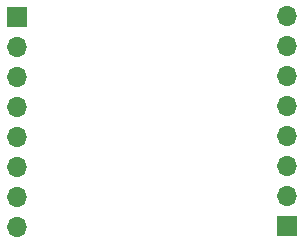
<source format=gbs>
G04 #@! TF.GenerationSoftware,KiCad,Pcbnew,8.0.1*
G04 #@! TF.CreationDate,2024-04-21T16:22:43+01:00*
G04 #@! TF.ProjectId,lora_adapter,6c6f7261-5f61-4646-9170-7465722e6b69,rev?*
G04 #@! TF.SameCoordinates,Original*
G04 #@! TF.FileFunction,Soldermask,Bot*
G04 #@! TF.FilePolarity,Negative*
%FSLAX46Y46*%
G04 Gerber Fmt 4.6, Leading zero omitted, Abs format (unit mm)*
G04 Created by KiCad (PCBNEW 8.0.1) date 2024-04-21 16:22:43*
%MOMM*%
%LPD*%
G01*
G04 APERTURE LIST*
%ADD10O,1.700000X1.700000*%
%ADD11R,1.700000X1.700000*%
G04 APERTURE END LIST*
D10*
X91440000Y-88773000D03*
X91440000Y-91313000D03*
X91440000Y-93853000D03*
X91440000Y-96393000D03*
X91440000Y-98933000D03*
X91440000Y-101473000D03*
X91440000Y-104013000D03*
D11*
X91440000Y-106553000D03*
X68580000Y-88900000D03*
D10*
X68580000Y-91440000D03*
X68580000Y-93980000D03*
X68580000Y-96520000D03*
X68580000Y-99060000D03*
X68580000Y-101600000D03*
X68580000Y-104140000D03*
X68580000Y-106680000D03*
M02*

</source>
